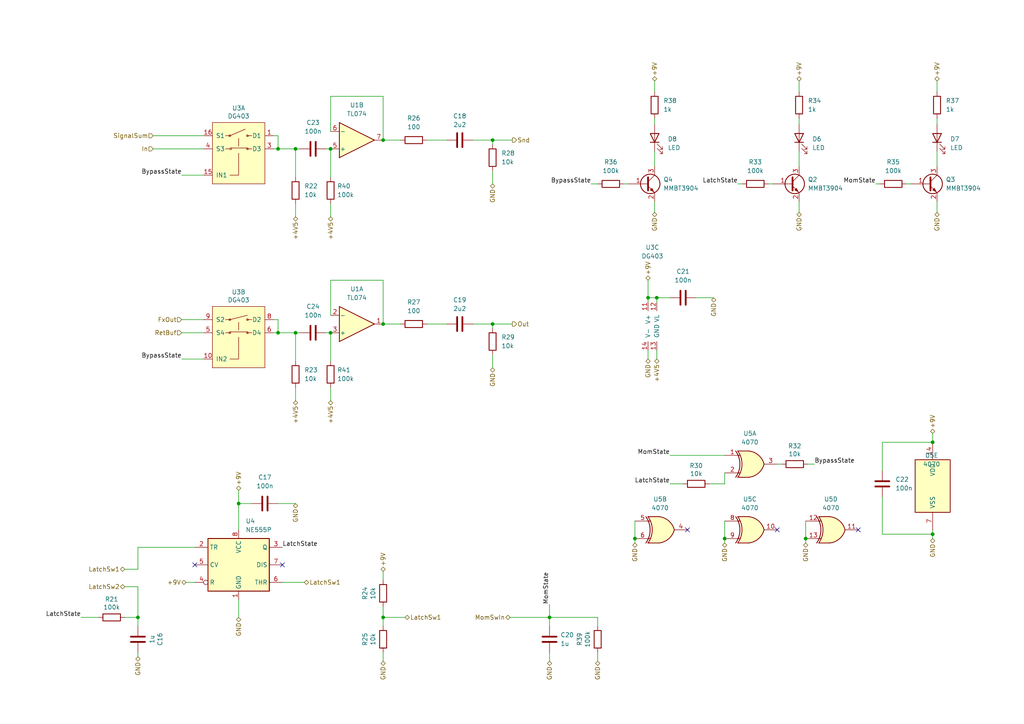
<source format=kicad_sch>
(kicad_sch (version 20211123) (generator eeschema)
  (paper "A4")
  (title_block (title "Read/Repeat") (date "2025-01-24") (rev "v1rev1") (company "Pedal Markt / Andrei Salomatin"))
  (lib_symbols
    (symbol "4xxx:4070" (pin_names (offset 1.016))
      (property "Reference" "U" (at 0 1.27 0))
      (property "Value" "4070" (at 0 -1.27 0))
      (symbol "4070_1_0"
        (arc (start -4.4196 -3.81) (mid -3.2033 0) (end -4.4196 3.81) (stroke (width 0.254)))
        (arc (start -3.81 -3.81) (mid -2.589 0) (end -3.81 3.81) (stroke (width 0.254)))
        (arc (start -0.6096 -3.81) (mid 2.1842 -2.5851) (end 3.81 0) (stroke (width 0.254)) (fill (type background)))
        (polyline (pts (xy -3.81 -3.81) (xy -0.635 -3.81)) (stroke (width 0.254)) (fill (type background)))
        (polyline (pts (xy -3.81 3.81) (xy -0.635 3.81)) (stroke (width 0.254)) (fill (type background)))
        (polyline (pts (xy -0.635 3.81) (xy -3.81 3.81) (xy -3.81 3.81) (xy -3.556 3.4036) (xy -3.0226 2.2606) (xy -2.6924 1.0414) (xy -2.6162 -0.254) (xy -2.7686 -1.4986) (xy -3.175 -2.7178) (xy -3.81 -3.81) (xy -3.81 -3.81) (xy -0.635 -3.81)) (stroke (width -25.4)) (fill (type background)))
        (arc (start 3.81 0) (mid 2.1915 2.5936) (end -0.6096 3.81) (stroke (width 0.254)) (fill (type background)))
        (pin input line (at -7.62 2.54 0) (length 4.445) (name "~") (number "1"))
        (pin input line (at -7.62 -2.54 0) (length 4.445) (name "~") (number "2"))
        (pin output line (at 7.62 0 180) (length 3.81) (name "~") (number "3"))
      )
      (symbol "4070_1_1"
        (polyline (pts (xy -3.81 -2.54) (xy -3.175 -2.54)) (stroke (width 0.1524)))
        (polyline (pts (xy -3.81 2.54) (xy -3.175 2.54)) (stroke (width 0.1524)))
      )
      (symbol "4070_2_0"
        (arc (start -4.4196 -3.81) (mid -3.2033 0) (end -4.4196 3.81) (stroke (width 0.254)))
        (arc (start -3.81 -3.81) (mid -2.589 0) (end -3.81 3.81) (stroke (width 0.254)))
        (arc (start -0.6096 -3.81) (mid 2.1842 -2.5851) (end 3.81 0) (stroke (width 0.254)) (fill (type background)))
        (polyline (pts (xy -3.81 -3.81) (xy -0.635 -3.81)) (stroke (width 0.254)) (fill (type background)))
        (polyline (pts (xy -3.81 3.81) (xy -0.635 3.81)) (stroke (width 0.254)) (fill (type background)))
        (polyline (pts (xy -0.635 3.81) (xy -3.81 3.81) (xy -3.81 3.81) (xy -3.556 3.4036) (xy -3.0226 2.2606) (xy -2.6924 1.0414) (xy -2.6162 -0.254) (xy -2.7686 -1.4986) (xy -3.175 -2.7178) (xy -3.81 -3.81) (xy -3.81 -3.81) (xy -0.635 -3.81)) (stroke (width -25.4)) (fill (type background)))
        (arc (start 3.81 0) (mid 2.1915 2.5936) (end -0.6096 3.81) (stroke (width 0.254)) (fill (type background)))
        (pin output line (at 7.62 0 180) (length 3.81) (name "~") (number "4"))
        (pin input line (at -7.62 2.54 0) (length 4.445) (name "~") (number "5"))
        (pin input line (at -7.62 -2.54 0) (length 4.445) (name "~") (number "6"))
      )
      (symbol "4070_2_1"
        (polyline (pts (xy -3.81 -2.54) (xy -3.175 -2.54)) (stroke (width 0.1524)))
        (polyline (pts (xy -3.81 2.54) (xy -3.175 2.54)) (stroke (width 0.1524)))
      )
      (symbol "4070_3_0"
        (arc (start -4.4196 -3.81) (mid -3.2033 0) (end -4.4196 3.81) (stroke (width 0.254)))
        (arc (start -3.81 -3.81) (mid -2.589 0) (end -3.81 3.81) (stroke (width 0.254)))
        (arc (start -0.6096 -3.81) (mid 2.1842 -2.5851) (end 3.81 0) (stroke (width 0.254)) (fill (type background)))
        (polyline (pts (xy -3.81 -3.81) (xy -0.635 -3.81)) (stroke (width 0.254)) (fill (type background)))
        (polyline (pts (xy -3.81 3.81) (xy -0.635 3.81)) (stroke (width 0.254)) (fill (type background)))
        (polyline (pts (xy -0.635 3.81) (xy -3.81 3.81) (xy -3.81 3.81) (xy -3.556 3.4036) (xy -3.0226 2.2606) (xy -2.6924 1.0414) (xy -2.6162 -0.254) (xy -2.7686 -1.4986) (xy -3.175 -2.7178) (xy -3.81 -3.81) (xy -3.81 -3.81) (xy -0.635 -3.81)) (stroke (width -25.4)) (fill (type background)))
        (arc (start 3.81 0) (mid 2.1915 2.5936) (end -0.6096 3.81) (stroke (width 0.254)) (fill (type background)))
        (pin output line (at 7.62 0 180) (length 3.81) (name "~") (number "10"))
        (pin input line (at -7.62 2.54 0) (length 4.445) (name "~") (number "8"))
        (pin input line (at -7.62 -2.54 0) (length 4.445) (name "~") (number "9"))
      )
      (symbol "4070_3_1"
        (polyline (pts (xy -3.81 -2.54) (xy -3.175 -2.54)) (stroke (width 0.1524)))
        (polyline (pts (xy -3.81 2.54) (xy -3.175 2.54)) (stroke (width 0.1524)))
      )
      (symbol "4070_4_0"
        (arc (start -4.4196 -3.81) (mid -3.2033 0) (end -4.4196 3.81) (stroke (width 0.254)))
        (arc (start -3.81 -3.81) (mid -2.589 0) (end -3.81 3.81) (stroke (width 0.254)))
        (arc (start -0.6096 -3.81) (mid 2.1842 -2.5851) (end 3.81 0) (stroke (width 0.254)) (fill (type background)))
        (polyline (pts (xy -3.81 -3.81) (xy -0.635 -3.81)) (stroke (width 0.254)) (fill (type background)))
        (polyline (pts (xy -3.81 3.81) (xy -0.635 3.81)) (stroke (width 0.254)) (fill (type background)))
        (polyline (pts (xy -0.635 3.81) (xy -3.81 3.81) (xy -3.81 3.81) (xy -3.556 3.4036) (xy -3.0226 2.2606) (xy -2.6924 1.0414) (xy -2.6162 -0.254) (xy -2.7686 -1.4986) (xy -3.175 -2.7178) (xy -3.81 -3.81) (xy -3.81 -3.81) (xy -0.635 -3.81)) (stroke (width -25.4)) (fill (type background)))
        (arc (start 3.81 0) (mid 2.1915 2.5936) (end -0.6096 3.81) (stroke (width 0.254)) (fill (type background)))
        (pin output line (at 7.62 0 180) (length 3.81) (name "~") (number "11"))
        (pin input line (at -7.62 2.54 0) (length 4.445) (name "~") (number "12"))
        (pin input line (at -7.62 -2.54 0) (length 4.445) (name "~") (number "13"))
      )
      (symbol "4070_4_1"
        (polyline (pts (xy -3.81 -2.54) (xy -3.175 -2.54)) (stroke (width 0.1524)))
        (polyline (pts (xy -3.81 2.54) (xy -3.175 2.54)) (stroke (width 0.1524)))
      )
      (symbol "4070_5_0"
        (pin power_in line (at 0 12.7 270) (length 5.08) (name "VDD") (number "14"))
        (pin power_in line (at 0 -12.7 90) (length 5.08) (name "VSS") (number "7"))
      )
      (symbol "4070_5_1"
        (rectangle (start -5.08 7.62) (end 5.08 -7.62) (stroke (width 0.254)) (fill (type background)))
      )
    )
    (symbol "Amplifier_Operational:TL074" (pin_names (offset 0.127))
      (property "Reference" "U" (at 0 5.08 0))
      (property "Value" "TL074" (at 0 -5.08 0))
      (symbol "TL074_1_1"
        (polyline (pts (xy -5.08 5.08) (xy 5.08 0) (xy -5.08 -5.08) (xy -5.08 5.08)) (stroke (width 0.254)) (fill (type background)))
        (pin output line (at 7.62 0 180) (length 2.54) (name "~") (number "1"))
        (pin input line (at -7.62 -2.54 0) (length 2.54) (name "-") (number "2"))
        (pin input line (at -7.62 2.54 0) (length 2.54) (name "+") (number "3"))
      )
      (symbol "TL074_2_1"
        (polyline (pts (xy -5.08 5.08) (xy 5.08 0) (xy -5.08 -5.08) (xy -5.08 5.08)) (stroke (width 0.254)) (fill (type background)))
        (pin input line (at -7.62 2.54 0) (length 2.54) (name "+") (number "5"))
        (pin input line (at -7.62 -2.54 0) (length 2.54) (name "-") (number "6"))
        (pin output line (at 7.62 0 180) (length 2.54) (name "~") (number "7"))
      )
      (symbol "TL074_3_1"
        (polyline (pts (xy -5.08 5.08) (xy 5.08 0) (xy -5.08 -5.08) (xy -5.08 5.08)) (stroke (width 0.254)) (fill (type background)))
        (pin input line (at -7.62 2.54 0) (length 2.54) (name "+") (number "10"))
        (pin output line (at 7.62 0 180) (length 2.54) (name "~") (number "8"))
        (pin input line (at -7.62 -2.54 0) (length 2.54) (name "-") (number "9"))
      )
      (symbol "TL074_4_1"
        (polyline (pts (xy -5.08 5.08) (xy 5.08 0) (xy -5.08 -5.08) (xy -5.08 5.08)) (stroke (width 0.254)) (fill (type background)))
        (pin input line (at -7.62 2.54 0) (length 2.54) (name "+") (number "12"))
        (pin input line (at -7.62 -2.54 0) (length 2.54) (name "-") (number "13"))
        (pin output line (at 7.62 0 180) (length 2.54) (name "~") (number "14"))
      )
      (symbol "TL074_5_1"
        (pin power_in line (at -2.54 -7.62 90) (length 3.81) (name "V-") (number "11"))
        (pin power_in line (at -2.54 7.62 270) (length 3.81) (name "V+") (number "4"))
      )
    )
    (symbol "Device:C" (pin_numbers hide) (pin_names (offset 0.254))
      (property "Reference" "C" (at 0.635 2.54 0))
      (property "Value" "C" (at 0.635 -2.54 0))
      (symbol "C_0_1"
        (polyline (pts (xy -2.032 -0.762) (xy 2.032 -0.762)) (stroke (width 0.508)))
        (polyline (pts (xy -2.032 0.762) (xy 2.032 0.762)) (stroke (width 0.508)))
      )
      (symbol "C_1_1"
        (pin passive line (at 0 3.81 270) (length 2.794) (name "~") (number "1"))
        (pin passive line (at 0 -3.81 90) (length 2.794) (name "~") (number "2"))
      )
    )
    (symbol "Device:LED" (pin_numbers hide) (pin_names (offset 1.016) hide)
      (property "Reference" "D" (at 0 2.54 0))
      (property "Value" "LED" (at 0 -2.54 0))
      (symbol "LED_0_1"
        (polyline (pts (xy -1.27 -1.27) (xy -1.27 1.27)) (stroke (width 0.254)))
        (polyline (pts (xy -1.27 0) (xy 1.27 0)))
        (polyline (pts (xy 1.27 -1.27) (xy 1.27 1.27) (xy -1.27 0) (xy 1.27 -1.27)) (stroke (width 0.254)))
        (polyline (pts (xy -3.048 -0.762) (xy -4.572 -2.286) (xy -3.81 -2.286) (xy -4.572 -2.286) (xy -4.572 -1.524)))
        (polyline (pts (xy -1.778 -0.762) (xy -3.302 -2.286) (xy -2.54 -2.286) (xy -3.302 -2.286) (xy -3.302 -1.524)))
      )
      (symbol "LED_1_1"
        (pin passive line (at -3.81 0 0) (length 2.54) (name "K") (number "1"))
        (pin passive line (at 3.81 0 180) (length 2.54) (name "A") (number "2"))
      )
    )
    (symbol "Device:R" (pin_numbers hide) (pin_names (offset 0))
      (property "Reference" "R" (at 2.032 0 90))
      (property "Value" "R" (at 0 0 90))
      (symbol "R_0_1"
        (rectangle (start -1.016 -2.54) (end 1.016 2.54) (stroke (width 0.254)))
      )
      (symbol "R_1_1"
        (pin passive line (at 0 3.81 270) (length 1.27) (name "~") (number "1"))
        (pin passive line (at 0 -3.81 90) (length 1.27) (name "~") (number "2"))
      )
    )
    (symbol "Timer:NE555P"
      (property "Reference" "U" (at -10.16 8.89 0))
      (property "Value" "NE555P" (at 2.54 8.89 0))
      (symbol "NE555P_0_0"
        (pin power_in line (at 0 -10.16 90) (length 2.54) (name "GND") (number "1"))
        (pin power_in line (at 0 10.16 270) (length 2.54) (name "VCC") (number "8"))
      )
      (symbol "NE555P_0_1"
        (rectangle (start -8.89 -7.62) (end 8.89 7.62) (stroke (width 0.254)) (fill (type background)))
        (rectangle (start -8.89 -7.62) (end 8.89 7.62) (stroke (width 0.254)) (fill (type background)))
      )
      (symbol "NE555P_1_1"
        (pin input line (at -12.7 5.08 0) (length 3.81) (name "TR") (number "2"))
        (pin output line (at 12.7 5.08 180) (length 3.81) (name "Q") (number "3"))
        (pin input inverted (at -12.7 -5.08 0) (length 3.81) (name "R") (number "4"))
        (pin input line (at -12.7 0 0) (length 3.81) (name "CV") (number "5"))
        (pin input line (at 12.7 -5.08 180) (length 3.81) (name "THR") (number "6"))
        (pin input line (at 12.7 0 180) (length 3.81) (name "DIS") (number "7"))
      )
    )
    (symbol "Transistor_BJT:MMBT3904" (pin_names (offset 0) hide)
      (property "Reference" "Q" (at 5.08 1.905 0))
      (property "Value" "MMBT3904" (at 5.08 0 0))
      (symbol "MMBT3904_0_1"
        (polyline (pts (xy 0.635 0.635) (xy 2.54 2.54)))
        (polyline (pts (xy 0.635 -0.635) (xy 2.54 -2.54) (xy 2.54 -2.54)))
        (polyline (pts (xy 0.635 1.905) (xy 0.635 -1.905) (xy 0.635 -1.905)) (stroke (width 0.508)))
        (polyline (pts (xy 1.27 -1.778) (xy 1.778 -1.27) (xy 2.286 -2.286) (xy 1.27 -1.778) (xy 1.27 -1.778)) (fill (type outline)))
        (circle (center 1.27 0) (radius 2.8194) (stroke (width 0.254)))
      )
      (symbol "MMBT3904_1_1"
        (pin input line (at -5.08 0 0) (length 5.715) (name "B") (number "1"))
        (pin passive line (at 2.54 -5.08 90) (length 2.54) (name "E") (number "2"))
        (pin passive line (at 2.54 5.08 270) (length 2.54) (name "C") (number "3"))
      )
    )
    (symbol "pedals:DG403 Fixed" (pin_names (offset 1.016))
      (property "Reference" "U" (at 0 13.97 0))
      (property "Value" "DG403 Fixed" (at 0 -13.97 0))
      (symbol "DG403 Fixed_1_1"
        (rectangle (start -7.62 11.43) (end 7.62 -6.35) (fill (type background)))
        (circle (center -2.54 7.62) (radius 0.254))
        (circle (center -2.286 3.81) (radius 0.254))
        (polyline (pts (xy -3.81 3.81) (xy -2.54 3.81)))
        (polyline (pts (xy -3.81 7.62) (xy -2.54 7.62)))
        (polyline (pts (xy -2.54 7.62) (xy 1.905 9.525)))
        (polyline (pts (xy -2.286 4.064) (xy 2.54 4.064)))
        (polyline (pts (xy 0 4.572) (xy 0 6.858)))
        (polyline (pts (xy 2.54 3.81) (xy 3.81 3.81)))
        (polyline (pts (xy 2.54 7.62) (xy 3.81 7.62)))
        (polyline (pts (xy -2.54 -3.81) (xy 0 -3.81) (xy 0 2.54)))
        (circle (center 2.54 3.81) (radius 0.254))
        (circle (center 2.54 7.62) (radius 0.254))
        (pin bidirectional line (at 10.16 7.62 180) (length 2.54) (name "D1") (number "1"))
        (pin input line (at -10.16 -3.81 0) (length 2.54) (name "IN1") (number "15"))
        (pin bidirectional line (at -10.16 7.62 0) (length 2.54) (name "S1") (number "16"))
        (pin bidirectional line (at 10.16 3.81 180) (length 2.54) (name "D3") (number "3"))
        (pin bidirectional line (at -10.16 3.81 0) (length 2.54) (name "S3") (number "4"))
      )
      (symbol "DG403 Fixed_2_1"
        (rectangle (start -7.62 11.43) (end 7.62 -6.35) (fill (type background)))
        (circle (center -2.54 3.81) (radius 0.254))
        (circle (center -2.54 7.62) (radius 0.254))
        (polyline (pts (xy -3.81 3.81) (xy -2.54 3.81)))
        (polyline (pts (xy -3.81 7.62) (xy -2.54 7.62)))
        (polyline (pts (xy -2.54 4.064) (xy 2.54 4.064)))
        (polyline (pts (xy -2.54 7.62) (xy 2.54 8.89)))
        (polyline (pts (xy 0 4.572) (xy 0 6.858)))
        (polyline (pts (xy 2.54 3.81) (xy 3.81 3.81)))
        (polyline (pts (xy 2.54 7.62) (xy 3.81 7.62)))
        (polyline (pts (xy -2.54 -3.81) (xy 0 -3.81) (xy 0 2.54)))
        (circle (center 2.54 3.81) (radius 0.254))
        (circle (center 2.54 7.62) (radius 0.254))
        (pin input line (at -10.16 -3.81 0) (length 2.54) (name "IN2") (number "10"))
        (pin bidirectional line (at -10.16 3.81 0) (length 2.54) (name "S4") (number "5"))
        (pin bidirectional line (at 10.16 3.81 180) (length 2.54) (name "D4") (number "6"))
        (pin bidirectional line (at 10.16 7.62 180) (length 2.54) (name "D2") (number "8"))
        (pin bidirectional line (at -10.16 7.62 0) (length 2.54) (name "S2") (number "9"))
      )
      (symbol "DG403 Fixed_3_1"
        (pin bidirectional line (at -1.27 6.35 270) (length 2.54) (name "V+") (number "11"))
        (pin input line (at 1.27 6.35 270) (length 2.54) (name "VL") (number "12"))
        (pin bidirectional line (at 1.27 -7.62 90) (length 2.54) (name "GND") (number "13"))
        (pin bidirectional line (at -1.27 -7.62 90) (length 2.54) (name "V-") (number "14"))
      )
    )
  )
  (junction (at 85.725 96.52))
  (junction (at 270.51 128.27))
  (junction (at 142.875 40.64))
  (junction (at 40.005 179.07))
  (junction (at 80.645 43.18))
  (junction (at 233.68 156.21))
  (junction (at 111.125 179.07))
  (junction (at 184.15 156.21))
  (junction (at 210.185 156.21))
  (junction (at 69.215 146.05))
  (junction (at 80.645 96.52))
  (junction (at 95.885 96.52))
  (junction (at 111.125 93.98))
  (junction (at 142.875 93.98))
  (junction (at 187.96 86.36))
  (junction (at 85.725 43.18))
  (junction (at 95.885 43.18))
  (junction (at 111.125 40.64))
  (junction (at 270.51 154.94))
  (junction (at 190.5 86.36))
  (junction (at 159.385 179.07))
  (no_connect (at 248.92 153.67))
  (no_connect (at 56.515 163.83))
  (no_connect (at 81.915 163.83))
  (no_connect (at 225.425 153.67))
  (no_connect (at 199.39 153.67))
  (wire (pts (xy 159.385 179.07) (xy 159.385 181.61)))
  (wire (pts (xy 52.705 96.52) (xy 59.055 96.52)))
  (wire (pts (xy 111.125 93.98) (xy 116.205 93.98)))
  (wire (pts (xy 142.875 93.98) (xy 148.59 93.98)))
  (wire (pts (xy 52.705 92.71) (xy 59.055 92.71)))
  (wire (pts (xy 225.425 134.62) (xy 226.695 134.62)))
  (wire (pts (xy 79.375 92.71) (xy 80.645 92.71)))
  (wire (pts (xy 271.78 23.495) (xy 271.78 26.67)))
  (wire (pts (xy 111.125 189.23) (xy 111.125 191.77)))
  (wire (pts (xy 159.385 175.26) (xy 159.385 179.07)))
  (wire (pts (xy 95.885 91.44) (xy 95.885 81.28)))
  (wire (pts (xy 36.195 179.07) (xy 40.005 179.07)))
  (wire (pts (xy 194.31 140.335) (xy 198.12 140.335)))
  (wire (pts (xy 184.15 151.13) (xy 184.15 156.21)))
  (wire (pts (xy 262.89 53.34) (xy 264.16 53.34)))
  (wire (pts (xy 142.875 40.64) (xy 142.875 41.91)))
  (wire (pts (xy 111.125 165.735) (xy 111.125 168.275)))
  (wire (pts (xy 231.775 23.495) (xy 231.775 26.67)))
  (wire (pts (xy 194.31 132.08) (xy 210.185 132.08)))
  (wire (pts (xy 85.725 112.395) (xy 85.725 116.205)))
  (wire (pts (xy 85.725 43.18) (xy 85.725 51.435)))
  (wire (pts (xy 180.975 53.34) (xy 182.245 53.34)))
  (wire (pts (xy 255.905 144.145) (xy 255.905 154.94)))
  (wire (pts (xy 184.15 156.21) (xy 184.15 157.48)))
  (wire (pts (xy 52.705 104.14) (xy 59.055 104.14)))
  (wire (pts (xy 95.885 43.18) (xy 95.885 51.435)))
  (wire (pts (xy 95.885 112.395) (xy 95.885 116.205)))
  (wire (pts (xy 210.185 156.21) (xy 210.185 157.48)))
  (wire (pts (xy 95.885 27.94) (xy 111.125 27.94)))
  (wire (pts (xy 36.195 165.1) (xy 40.005 165.1)))
  (wire (pts (xy 173.355 189.23) (xy 173.355 191.77)))
  (wire (pts (xy 187.96 101.6) (xy 187.96 104.14)))
  (wire (pts (xy 111.125 27.94) (xy 111.125 40.64)))
  (wire (pts (xy 201.93 86.36) (xy 207.01 86.36)))
  (wire (pts (xy 190.5 101.6) (xy 190.5 104.14)))
  (wire (pts (xy 80.645 96.52) (xy 85.725 96.52)))
  (wire (pts (xy 270.51 153.67) (xy 270.51 154.94)))
  (wire (pts (xy 231.775 34.29) (xy 231.775 36.195)))
  (wire (pts (xy 270.51 125.73) (xy 270.51 128.27)))
  (wire (pts (xy 44.45 39.37) (xy 59.055 39.37)))
  (wire (pts (xy 40.005 189.23) (xy 40.005 190.5)))
  (wire (pts (xy 233.68 156.21) (xy 233.68 157.48)))
  (wire (pts (xy 147.955 179.07) (xy 159.385 179.07)))
  (wire (pts (xy 190.5 86.36) (xy 194.31 86.36)))
  (wire (pts (xy 80.645 146.05) (xy 85.725 146.05)))
  (wire (pts (xy 210.185 151.13) (xy 210.185 156.21)))
  (wire (pts (xy 80.645 43.18) (xy 80.645 39.37)))
  (wire (pts (xy 111.125 179.07) (xy 117.475 179.07)))
  (wire (pts (xy 40.005 158.75) (xy 40.005 165.1)))
  (wire (pts (xy 137.16 40.64) (xy 142.875 40.64)))
  (wire (pts (xy 95.885 96.52) (xy 95.885 104.775)))
  (wire (pts (xy 142.875 40.64) (xy 148.59 40.64)))
  (wire (pts (xy 111.125 40.64) (xy 116.205 40.64)))
  (wire (pts (xy 111.125 81.28) (xy 111.125 93.98)))
  (wire (pts (xy 187.96 81.28) (xy 187.96 86.36)))
  (wire (pts (xy 36.195 170.18) (xy 40.005 170.18)))
  (wire (pts (xy 79.375 39.37) (xy 80.645 39.37)))
  (wire (pts (xy 231.775 43.815) (xy 231.775 48.26)))
  (wire (pts (xy 111.125 175.895) (xy 111.125 179.07)))
  (wire (pts (xy 233.68 151.13) (xy 233.68 156.21)))
  (wire (pts (xy 142.875 49.53) (xy 142.875 53.34)))
  (wire (pts (xy 255.905 128.27) (xy 255.905 136.525)))
  (wire (pts (xy 53.975 168.91) (xy 56.515 168.91)))
  (wire (pts (xy 123.825 40.64) (xy 129.54 40.64)))
  (wire (pts (xy 85.725 43.18) (xy 86.995 43.18)))
  (wire (pts (xy 40.005 158.75) (xy 56.515 158.75)))
  (wire (pts (xy 95.885 59.055) (xy 95.885 62.865)))
  (wire (pts (xy 80.645 43.18) (xy 85.725 43.18)))
  (wire (pts (xy 231.775 58.42) (xy 231.775 61.595)))
  (wire (pts (xy 85.725 59.055) (xy 85.725 62.865)))
  (wire (pts (xy 44.45 43.18) (xy 59.055 43.18)))
  (wire (pts (xy 222.885 53.34) (xy 224.155 53.34)))
  (wire (pts (xy 81.915 168.91) (xy 88.265 168.91)))
  (wire (pts (xy 40.005 170.18) (xy 40.005 179.07)))
  (wire (pts (xy 137.16 93.98) (xy 142.875 93.98)))
  (wire (pts (xy 79.375 43.18) (xy 80.645 43.18)))
  (wire (pts (xy 213.995 53.34) (xy 215.265 53.34)))
  (wire (pts (xy 171.45 53.34) (xy 173.355 53.34)))
  (wire (pts (xy 40.005 181.61) (xy 40.005 179.07)))
  (wire (pts (xy 234.315 134.62) (xy 236.22 134.62)))
  (wire (pts (xy 271.78 58.42) (xy 271.78 61.595)))
  (wire (pts (xy 210.185 140.335) (xy 210.185 137.16)))
  (wire (pts (xy 80.645 92.71) (xy 80.645 96.52)))
  (wire (pts (xy 189.865 43.815) (xy 189.865 48.26)))
  (wire (pts (xy 159.385 189.23) (xy 159.385 191.77)))
  (wire (pts (xy 187.96 86.36) (xy 187.96 87.63)))
  (wire (pts (xy 255.905 154.94) (xy 270.51 154.94)))
  (wire (pts (xy 189.865 34.29) (xy 189.865 36.195)))
  (wire (pts (xy 190.5 87.63) (xy 190.5 86.36)))
  (wire (pts (xy 123.825 93.98) (xy 129.54 93.98)))
  (wire (pts (xy 94.615 43.18) (xy 95.885 43.18)))
  (wire (pts (xy 69.215 146.05) (xy 69.215 153.67)))
  (wire (pts (xy 271.78 43.815) (xy 271.78 48.26)))
  (wire (pts (xy 142.875 93.98) (xy 142.875 95.25)))
  (wire (pts (xy 69.215 173.99) (xy 69.215 179.07)))
  (wire (pts (xy 23.495 179.07) (xy 28.575 179.07)))
  (wire (pts (xy 94.615 96.52) (xy 95.885 96.52)))
  (wire (pts (xy 270.51 154.94) (xy 270.51 156.21)))
  (wire (pts (xy 111.125 181.61) (xy 111.125 179.07)))
  (wire (pts (xy 189.865 58.42) (xy 189.865 61.595)))
  (wire (pts (xy 52.705 50.8) (xy 59.055 50.8)))
  (wire (pts (xy 254 53.34) (xy 255.27 53.34)))
  (wire (pts (xy 159.385 179.07) (xy 173.355 179.07)))
  (wire (pts (xy 69.215 142.24) (xy 69.215 146.05)))
  (wire (pts (xy 190.5 86.36) (xy 187.96 86.36)))
  (wire (pts (xy 79.375 96.52) (xy 80.645 96.52)))
  (wire (pts (xy 271.78 34.29) (xy 271.78 36.195)))
  (wire (pts (xy 85.725 96.52) (xy 85.725 104.775)))
  (wire (pts (xy 270.51 128.27) (xy 255.905 128.27)))
  (wire (pts (xy 95.885 81.28) (xy 111.125 81.28)))
  (wire (pts (xy 173.355 181.61) (xy 173.355 179.07)))
  (wire (pts (xy 69.215 146.05) (xy 73.025 146.05)))
  (wire (pts (xy 95.885 38.1) (xy 95.885 27.94)))
  (wire (pts (xy 85.725 96.52) (xy 86.995 96.52)))
  (wire (pts (xy 189.865 23.495) (xy 189.865 26.67)))
  (wire (pts (xy 205.74 140.335) (xy 210.185 140.335)))
  (wire (pts (xy 142.875 102.87) (xy 142.875 106.68)))
  (label "LatchState" (at 213.995 53.34 180))
  (label "BypassState" (at 236.22 134.62 0))
  (label "MomState" (at 254 53.34 180))
  (label "BypassState" (at 52.705 50.8 180))
  (label "MomState" (at 159.385 175.26 90))
  (label "MomState" (at 194.31 132.08 180))
  (label "BypassState" (at 52.705 104.14 180))
  (label "LatchState" (at 194.31 140.335 180))
  (label "LatchState" (at 81.915 158.75 0))
  (label "BypassState" (at 171.45 53.34 180))
  (label "LatchState" (at 23.495 179.07 180))
  (hierarchical_label "FxOut" (shape input) (at 52.705 92.71 180))
  (hierarchical_label "+4V5" (shape bidirectional) (at 85.725 116.205 270))
  (hierarchical_label "+4V5" (shape bidirectional) (at 85.725 62.865 270))
  (hierarchical_label "+9V" (shape bidirectional) (at 69.215 142.24 90))
  (hierarchical_label "+9V" (shape bidirectional) (at 271.78 23.495 90))
  (hierarchical_label "GND" (shape bidirectional) (at 111.125 191.77 270))
  (hierarchical_label "LatchSw2" (shape bidirectional) (at 36.195 170.18 180))
  (hierarchical_label "+4V5" (shape bidirectional) (at 190.5 104.14 270))
  (hierarchical_label "LatchSw1" (shape bidirectional) (at 88.265 168.91 0))
  (hierarchical_label "+4V5" (shape bidirectional) (at 95.885 62.865 270))
  (hierarchical_label "In" (shape input) (at 44.45 43.18 180))
  (hierarchical_label "GND" (shape bidirectional) (at 69.215 179.07 270))
  (hierarchical_label "GND" (shape bidirectional) (at 173.355 191.77 270))
  (hierarchical_label "GND" (shape bidirectional) (at 159.385 191.77 270))
  (hierarchical_label "Out" (shape output) (at 148.59 93.98 0))
  (hierarchical_label "+9V" (shape bidirectional) (at 187.96 81.28 90))
  (hierarchical_label "LatchSw1" (shape bidirectional) (at 117.475 179.07 0))
  (hierarchical_label "GND" (shape bidirectional) (at 231.775 61.595 270))
  (hierarchical_label "GND" (shape bidirectional) (at 187.96 104.14 270))
  (hierarchical_label "LatchSw1" (shape bidirectional) (at 36.195 165.1 180))
  (hierarchical_label "GND" (shape bidirectional) (at 85.725 146.05 270))
  (hierarchical_label "GND" (shape bidirectional) (at 210.185 157.48 270))
  (hierarchical_label "SignalSum" (shape input) (at 44.45 39.37 180))
  (hierarchical_label "+9V" (shape bidirectional) (at 111.125 165.735 90))
  (hierarchical_label "GND" (shape bidirectional) (at 271.78 61.595 270))
  (hierarchical_label "GND" (shape bidirectional) (at 207.01 86.36 270))
  (hierarchical_label "+4V5" (shape bidirectional) (at 95.885 116.205 270))
  (hierarchical_label "GND" (shape bidirectional) (at 189.865 61.595 270))
  (hierarchical_label "GND" (shape bidirectional) (at 142.875 53.34 270))
  (hierarchical_label "GND" (shape bidirectional) (at 233.68 157.48 270))
  (hierarchical_label "GND" (shape bidirectional) (at 142.875 106.68 270))
  (hierarchical_label "MomSwIn" (shape bidirectional) (at 147.955 179.07 180))
  (hierarchical_label "RetBuf" (shape input) (at 52.705 96.52 180))
  (hierarchical_label "Snd" (shape output) (at 148.59 40.64 0))
  (hierarchical_label "GND" (shape bidirectional) (at 184.15 157.48 270))
  (hierarchical_label "+9V" (shape bidirectional) (at 189.865 23.495 90))
  (hierarchical_label "GND" (shape bidirectional) (at 270.51 156.21 270))
  (hierarchical_label "+9V" (shape bidirectional) (at 53.975 168.91 180))
  (hierarchical_label "+9V" (shape bidirectional) (at 270.51 125.73 90))
  (hierarchical_label "GND" (shape bidirectional) (at 40.005 190.5 270))
  (hierarchical_label "+9V" (shape bidirectional) (at 231.775 23.495 90))
  (symbol (lib_id "Device:R") (at 173.355 185.42 0) (unit 1)
    (property "Reference" "R39" (at 168.0972 185.42 90))
    (property "Value" "100k" (at 170.4086 185.42 90))
    (property "Footprint" "Resistor_SMD:R_0603_1608Metric_Pad0.98x0.95mm_HandSolder" (effects hide))
  )
  (symbol (lib_id "Device:C") (at 133.35 93.98 90) (unit 1)
    (property "Reference" "C19" (at 133.35 86.995 90))
    (property "Value" "2u2" (at 133.35 89.535 90))
    (property "Footprint" "Capacitor_THT:C_Rect_L7.2mm_W7.2mm_P5.00mm_FKS2_FKP2_MKS2_MKP2" (effects hide))
    (property "Mouser" "505-MKS22.2/63/5" (effects hide))
  )
  (symbol (lib_id "Device:C") (at 40.005 185.42 180) (unit 1)
    (property "Reference" "C16" (at 46.4058 185.42 90))
    (property "Value" "1u" (at 44.0944 185.42 90))
    (property "Footprint" "Capacitor_SMD:C_0603_1608Metric_Pad1.08x0.95mm_HandSolder" (effects hide))
    (property "Mouser" "581-06035C105MAT2A" (effects hide))
  )
  (symbol (lib_id "Timer:NE555P") (at 69.215 163.83 0) (unit 1)
    (property "Reference" "U4" (at 71.2344 151.13 0) (effects (justify left)))
    (property "Value" "NE555P" (at 71.2344 153.67 0) (effects (justify left)))
    (property "Footprint" "Package_SO:SOIC-8_3.9x4.9mm_P1.27mm" (effects hide))
    (property "Datasheet" "http://www.ti.com/lit/ds/symlink/ne555.pdf" (effects hide))
    (property "Mouser" "595-NE555PS" (effects hide))
  )
  (symbol (lib_id "Device:LED") (at 271.78 40.005 90) (unit 1)
    (property "Reference" "D7" (at 275.59 40.3224 90) (effects (justify right)))
    (property "Value" "LED" (at 275.59 42.8624 90) (effects (justify right)))
    (property "Footprint" "LED_THT:LED_D5.0mm" (effects hide))
  )
  (symbol (lib_id "Device:R") (at 189.865 30.48 0) (unit 1)
    (property "Reference" "R38" (at 192.405 29.2099 0) (effects (justify left)))
    (property "Value" "1k" (at 192.405 31.7499 0) (effects (justify left)))
    (property "Footprint" "Resistor_SMD:R_0603_1608Metric_Pad0.98x0.95mm_HandSolder" (effects hide))
  )
  (symbol (lib_id "Device:R") (at 142.875 99.06 180) (unit 1)
    (property "Reference" "R29" (at 145.415 97.7899 0) (effects (justify right)))
    (property "Value" "10k" (at 145.415 100.3299 0) (effects (justify right)))
    (property "Footprint" "Resistor_SMD:R_0603_1608Metric_Pad0.98x0.95mm_HandSolder" (effects hide))
  )
  (symbol (lib_id "pedals:DG403 Fixed") (at 69.215 46.99 0) (unit 1)
    (property "Reference" "U3" (at 69.215 31.369 0))
    (property "Value" "DG403" (at 69.215 33.6804 0))
    (property "Footprint" "Package_SO:SOIC-16_3.9x9.9mm_P1.27mm" (effects hide))
    (property "LCSC" "C145284" (effects hide))
  )
  (symbol (lib_id "Device:R") (at 219.075 53.34 90) (unit 1)
    (property "Reference" "R33" (at 219.075 46.99 90))
    (property "Value" "100k" (at 219.075 49.53 90))
    (property "Footprint" "Resistor_SMD:R_0603_1608Metric_Pad0.98x0.95mm_HandSolder" (effects hide))
  )
  (symbol (lib_id "Device:R") (at 111.125 172.085 0) (unit 1)
    (property "Reference" "R24" (at 105.8672 172.085 90))
    (property "Value" "10k" (at 108.1786 172.085 90))
    (property "Footprint" "Resistor_SMD:R_0603_1608Metric_Pad0.98x0.95mm_HandSolder" (effects hide))
  )
  (symbol (lib_id "Device:LED") (at 231.775 40.005 90) (unit 1)
    (property "Reference" "D6" (at 235.585 40.3224 90) (effects (justify right)))
    (property "Value" "LED" (at 235.585 42.8624 90) (effects (justify right)))
    (property "Footprint" "LED_THT:LED_D5.0mm" (effects hide))
  )
  (symbol (lib_id "Device:C") (at 90.805 43.18 90) (unit 1)
    (property "Reference" "C23" (at 90.805 35.56 90))
    (property "Value" "100n" (at 90.805 38.1 90))
    (property "Footprint" "Capacitor_THT:C_Rect_L7.0mm_W2.5mm_P5.00mm" (effects hide))
  )
  (symbol (lib_id "Device:C") (at 76.835 146.05 90) (unit 1)
    (property "Reference" "C17" (at 76.835 138.43 90))
    (property "Value" "100n" (at 76.835 140.97 90))
    (property "Footprint" "Capacitor_SMD:C_0603_1608Metric_Pad1.08x0.95mm_HandSolder" (effects hide))
  )
  (symbol (lib_id "Device:C") (at 90.805 96.52 90) (unit 1)
    (property "Reference" "C24" (at 90.805 88.9 90))
    (property "Value" "100n" (at 90.805 91.44 90))
    (property "Footprint" "Capacitor_THT:C_Rect_L7.0mm_W2.5mm_P5.00mm" (effects hide))
  )
  (symbol (lib_id "Device:R") (at 120.015 40.64 90) (unit 1)
    (property "Reference" "R26" (at 120.015 34.29 90))
    (property "Value" "100" (at 120.015 36.83 90))
    (property "Footprint" "Resistor_SMD:R_0603_1608Metric_Pad0.98x0.95mm_HandSolder" (effects hide))
  )
  (symbol (lib_id "Device:R") (at 85.725 55.245 180) (unit 1)
    (property "Reference" "R22" (at 88.265 53.9749 0) (effects (justify right)))
    (property "Value" "10k" (at 88.265 56.5149 0) (effects (justify right)))
    (property "Footprint" "Resistor_SMD:R_0603_1608Metric_Pad0.98x0.95mm_HandSolder" (effects hide))
  )
  (symbol (lib_id "Device:R") (at 259.08 53.34 90) (unit 1)
    (property "Reference" "R35" (at 259.08 46.99 90))
    (property "Value" "100k" (at 259.08 49.53 90))
    (property "Footprint" "Resistor_SMD:R_0603_1608Metric_Pad0.98x0.95mm_HandSolder" (effects hide))
  )
  (symbol (lib_id "Device:R") (at 142.875 45.72 180) (unit 1)
    (property "Reference" "R28" (at 145.415 44.4499 0) (effects (justify right)))
    (property "Value" "10k" (at 145.415 46.9899 0) (effects (justify right)))
    (property "Footprint" "Resistor_SMD:R_0603_1608Metric_Pad0.98x0.95mm_HandSolder" (effects hide))
  )
  (symbol (lib_id "Transistor_BJT:MMBT3904") (at 187.325 53.34 0) (unit 1)
    (property "Reference" "Q4" (at 192.405 52.0699 0) (effects (justify left)))
    (property "Value" "MMBT3904" (at 192.405 54.6099 0) (effects (justify left)))
    (property "Footprint" "Package_TO_SOT_SMD:SOT-23" (effects hide))
    (property "Datasheet" "https://www.onsemi.com/pub/Collateral/2N3903-D.PDF" (effects hide))
  )
  (symbol (lib_id "Device:C") (at 133.35 40.64 90) (unit 1)
    (property "Reference" "C18" (at 133.35 33.655 90))
    (property "Value" "2u2" (at 133.35 36.195 90))
    (property "Footprint" "Capacitor_THT:C_Rect_L7.2mm_W7.2mm_P5.00mm_FKS2_FKP2_MKS2_MKP2" (effects hide))
    (property "Mouser" "505-MKS22.2/63/5" (effects hide))
  )
  (symbol (lib_id "Device:C") (at 159.385 185.42 0) (unit 1)
    (property "Reference" "C20" (at 162.56 184.1499 0) (effects (justify left)))
    (property "Value" "1u" (at 162.56 186.6899 0) (effects (justify left)))
    (property "Footprint" "Capacitor_SMD:C_0603_1608Metric_Pad1.08x0.95mm_HandSolder" (effects hide))
    (property "Mouser" "581-06035C105MAT2A" (effects hide))
  )
  (symbol (lib_id "Device:R") (at 120.015 93.98 90) (unit 1)
    (property "Reference" "R27" (at 120.015 87.63 90))
    (property "Value" "100" (at 120.015 90.17 90))
    (property "Footprint" "Resistor_SMD:R_0603_1608Metric_Pad0.98x0.95mm_HandSolder" (effects hide))
  )
  (symbol (lib_id "Transistor_BJT:MMBT3904") (at 269.24 53.34 0) (unit 1)
    (property "Reference" "Q3" (at 274.32 52.0699 0) (effects (justify left)))
    (property "Value" "MMBT3904" (at 274.32 54.6099 0) (effects (justify left)))
    (property "Footprint" "Package_TO_SOT_SMD:SOT-23" (effects hide))
    (property "Datasheet" "https://www.onsemi.com/pub/Collateral/2N3903-D.PDF" (effects hide))
  )
  (symbol (lib_id "4xxx:4070") (at 270.51 140.97 0) (unit 5)
    (property "Reference" "U5" (at 270.2052 132.08 0))
    (property "Value" "4070" (at 270.2052 134.62 0))
    (property "Footprint" "Package_SO:SOIC-14_3.9x8.7mm_P1.27mm" (effects hide))
    (property "Datasheet" "http://www.intersil.com/content/dam/Intersil/documents/cd40/cd4070bms-77bms.pdf" (effects hide))
    (property "Mouser" "595-CD4070BM96E4 " (effects hide))
  )
  (symbol (lib_id "Device:R") (at 230.505 134.62 270) (unit 1)
    (property "Reference" "R32" (at 230.505 129.3622 90))
    (property "Value" "10k" (at 230.505 131.6736 90))
    (property "Footprint" "Resistor_SMD:R_0603_1608Metric_Pad0.98x0.95mm_HandSolder" (effects hide))
  )
  (symbol (lib_id "Device:R") (at 32.385 179.07 270) (unit 1)
    (property "Reference" "R21" (at 32.385 173.8122 90))
    (property "Value" "100k" (at 32.385 176.1236 90))
    (property "Footprint" "Resistor_SMD:R_0603_1608Metric_Pad0.98x0.95mm_HandSolder" (effects hide))
  )
  (symbol (lib_id "Device:R") (at 231.775 30.48 0) (unit 1)
    (property "Reference" "R34" (at 234.315 29.2099 0) (effects (justify left)))
    (property "Value" "1k" (at 234.315 31.7499 0) (effects (justify left)))
    (property "Footprint" "Resistor_SMD:R_0603_1608Metric_Pad0.98x0.95mm_HandSolder" (effects hide))
  )
  (symbol (lib_id "pedals:DG403 Fixed") (at 189.23 93.98 0) (unit 3)
    (property "Reference" "U3" (at 189.23 71.755 0))
    (property "Value" "DG403" (at 189.23 74.295 0))
    (property "Footprint" "Package_SO:SOIC-16_3.9x9.9mm_P1.27mm" (effects hide))
    (property "LCSC" "C145284" (effects hide))
  )
  (symbol (lib_id "4xxx:4070") (at 217.805 134.62 0) (unit 1)
    (property "Reference" "U5" (at 217.5002 125.73 0))
    (property "Value" "4070" (at 217.5002 128.27 0))
    (property "Footprint" "Package_SO:SOIC-14_3.9x8.7mm_P1.27mm" (effects hide))
    (property "Datasheet" "http://www.intersil.com/content/dam/Intersil/documents/cd40/cd4070bms-77bms.pdf" (effects hide))
    (property "Mouser" "595-CD4070BM96E4 " (effects hide))
  )
  (symbol (lib_id "4xxx:4070") (at 191.77 153.67 0) (unit 2)
    (property "Reference" "U5" (at 191.4652 144.78 0))
    (property "Value" "4070" (at 191.4652 147.32 0))
    (property "Footprint" "Package_SO:SOIC-14_3.9x8.7mm_P1.27mm" (effects hide))
    (property "Datasheet" "http://www.intersil.com/content/dam/Intersil/documents/cd40/cd4070bms-77bms.pdf" (effects hide))
    (property "Mouser" "595-CD4070BM96E4 " (effects hide))
  )
  (symbol (lib_id "Device:C") (at 255.905 140.335 180) (unit 1)
    (property "Reference" "C22" (at 259.715 139.0649 0) (effects (justify right)))
    (property "Value" "100n" (at 259.715 141.6049 0) (effects (justify right)))
    (property "Footprint" "Capacitor_SMD:C_0603_1608Metric_Pad1.08x0.95mm_HandSolder" (effects hide))
  )
  (symbol (lib_id "Device:R") (at 111.125 185.42 0) (unit 1)
    (property "Reference" "R25" (at 105.8672 185.42 90))
    (property "Value" "10k" (at 108.1786 185.42 90))
    (property "Footprint" "Resistor_SMD:R_0603_1608Metric_Pad0.98x0.95mm_HandSolder" (effects hide))
  )
  (symbol (lib_id "Device:R") (at 271.78 30.48 0) (unit 1)
    (property "Reference" "R37" (at 274.32 29.2099 0) (effects (justify left)))
    (property "Value" "1k" (at 274.32 31.7499 0) (effects (justify left)))
    (property "Footprint" "Resistor_SMD:R_0603_1608Metric_Pad0.98x0.95mm_HandSolder" (effects hide))
  )
  (symbol (lib_id "Amplifier_Operational:TL074") (at 103.505 93.98 0) (mirror x) (unit 1)
    (property "Reference" "U1" (at 103.505 83.82 0))
    (property "Value" "TL074" (at 103.505 86.36 0))
    (property "Footprint" "Package_SO:SOIC-14_3.9x8.7mm_P1.27mm" (effects hide))
    (property "Datasheet" "http://www.ti.com/lit/ds/symlink/tl071.pdf" (effects hide))
    (property "Mouser" "595-TL074IDR" (effects hide))
  )
  (symbol (lib_id "4xxx:4070") (at 241.3 153.67 0) (unit 4)
    (property "Reference" "U5" (at 240.9952 144.78 0))
    (property "Value" "4070" (at 240.9952 147.32 0))
    (property "Footprint" "Package_SO:SOIC-14_3.9x8.7mm_P1.27mm" (effects hide))
    (property "Datasheet" "http://www.intersil.com/content/dam/Intersil/documents/cd40/cd4070bms-77bms.pdf" (effects hide))
    (property "Mouser" "595-CD4070BM96E4 " (effects hide))
  )
  (symbol (lib_id "4xxx:4070") (at 217.805 153.67 0) (unit 3)
    (property "Reference" "U5" (at 217.5002 144.78 0))
    (property "Value" "4070" (at 217.5002 147.32 0))
    (property "Footprint" "Package_SO:SOIC-14_3.9x8.7mm_P1.27mm" (effects hide))
    (property "Datasheet" "http://www.intersil.com/content/dam/Intersil/documents/cd40/cd4070bms-77bms.pdf" (effects hide))
    (property "Mouser" "595-CD4070BM96E4 " (effects hide))
  )
  (symbol (lib_id "Device:R") (at 95.885 108.585 180) (unit 1)
    (property "Reference" "R41" (at 97.79 107.3149 0) (effects (justify right)))
    (property "Value" "100k" (at 97.79 109.8549 0) (effects (justify right)))
    (property "Footprint" "Resistor_SMD:R_0603_1608Metric_Pad0.98x0.95mm_HandSolder" (effects hide))
  )
  (symbol (lib_id "Device:R") (at 85.725 108.585 180) (unit 1)
    (property "Reference" "R23" (at 88.265 107.3149 0) (effects (justify right)))
    (property "Value" "10k" (at 88.265 109.8549 0) (effects (justify right)))
    (property "Footprint" "Resistor_SMD:R_0603_1608Metric_Pad0.98x0.95mm_HandSolder" (effects hide))
  )
  (symbol (lib_id "Amplifier_Operational:TL074") (at 103.505 40.64 0) (mirror x) (unit 2)
    (property "Reference" "U1" (at 103.505 30.48 0))
    (property "Value" "TL074" (at 103.505 33.02 0))
    (property "Footprint" "Package_SO:SOIC-14_3.9x8.7mm_P1.27mm" (effects hide))
    (property "Datasheet" "http://www.ti.com/lit/ds/symlink/tl071.pdf" (effects hide))
    (property "Mouser" "595-TL074IDR" (effects hide))
  )
  (symbol (lib_id "Device:R") (at 177.165 53.34 90) (unit 1)
    (property "Reference" "R36" (at 177.165 46.99 90))
    (property "Value" "100k" (at 177.165 49.53 90))
    (property "Footprint" "Resistor_SMD:R_0603_1608Metric_Pad0.98x0.95mm_HandSolder" (effects hide))
  )
  (symbol (lib_id "pedals:DG403 Fixed") (at 69.215 100.33 0) (unit 2)
    (property "Reference" "U3" (at 69.215 84.709 0))
    (property "Value" "DG403" (at 69.215 87.0204 0))
    (property "Footprint" "Package_SO:SOIC-16_3.9x9.9mm_P1.27mm" (effects hide))
    (property "LCSC" "C145284" (effects hide))
  )
  (symbol (lib_id "Device:C") (at 198.12 86.36 90) (unit 1)
    (property "Reference" "C21" (at 198.12 78.74 90))
    (property "Value" "100n" (at 198.12 81.28 90))
    (property "Footprint" "Capacitor_SMD:C_0603_1608Metric_Pad1.08x0.95mm_HandSolder" (effects hide))
  )
  (symbol (lib_id "Transistor_BJT:MMBT3904") (at 229.235 53.34 0) (unit 1)
    (property "Reference" "Q2" (at 234.315 52.0699 0) (effects (justify left)))
    (property "Value" "MMBT3904" (at 234.315 54.6099 0) (effects (justify left)))
    (property "Footprint" "Package_TO_SOT_SMD:SOT-23" (effects hide))
    (property "Datasheet" "https://www.onsemi.com/pub/Collateral/2N3903-D.PDF" (effects hide))
  )
  (symbol (lib_id "Device:R") (at 201.93 140.335 270) (unit 1)
    (property "Reference" "R30" (at 201.93 135.0772 90))
    (property "Value" "10k" (at 201.93 137.3886 90))
    (property "Footprint" "Resistor_SMD:R_0603_1608Metric_Pad0.98x0.95mm_HandSolder" (effects hide))
  )
  (symbol (lib_id "Device:LED") (at 189.865 40.005 90) (unit 1)
    (property "Reference" "D8" (at 193.675 40.3224 90) (effects (justify right)))
    (property "Value" "LED" (at 193.675 42.8624 90) (effects (justify right)))
    (property "Footprint" "LED_THT:LED_D5.0mm" (effects hide))
  )
  (symbol (lib_id "Device:R") (at 95.885 55.245 180) (unit 1)
    (property "Reference" "R40" (at 97.79 53.9749 0) (effects (justify right)))
    (property "Value" "100k" (at 97.79 56.5149 0) (effects (justify right)))
    (property "Footprint" "Resistor_SMD:R_0603_1608Metric_Pad0.98x0.95mm_HandSolder" (effects hide))
  )
)
</source>
